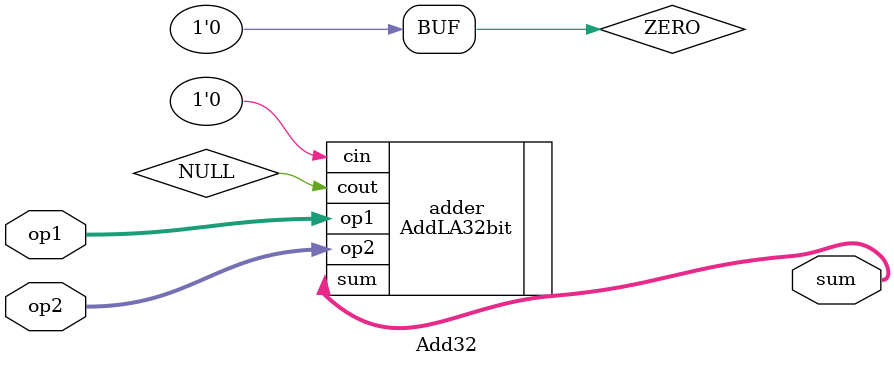
<source format=v>
`include "AddLA32bit.v"

module Add32(
    input wire  [31:0] op1,
    input wire  [31:0] op2,
    output wire [31:0] sum
);

    reg ZERO = 1'b0;
    reg NULL;

    AddLA32bit adder(
        .op1(op1),
        .op2(op2),
        .cin(ZERO),
        .sum(sum),
        .cout(NULL)
    );

endmodule

</source>
